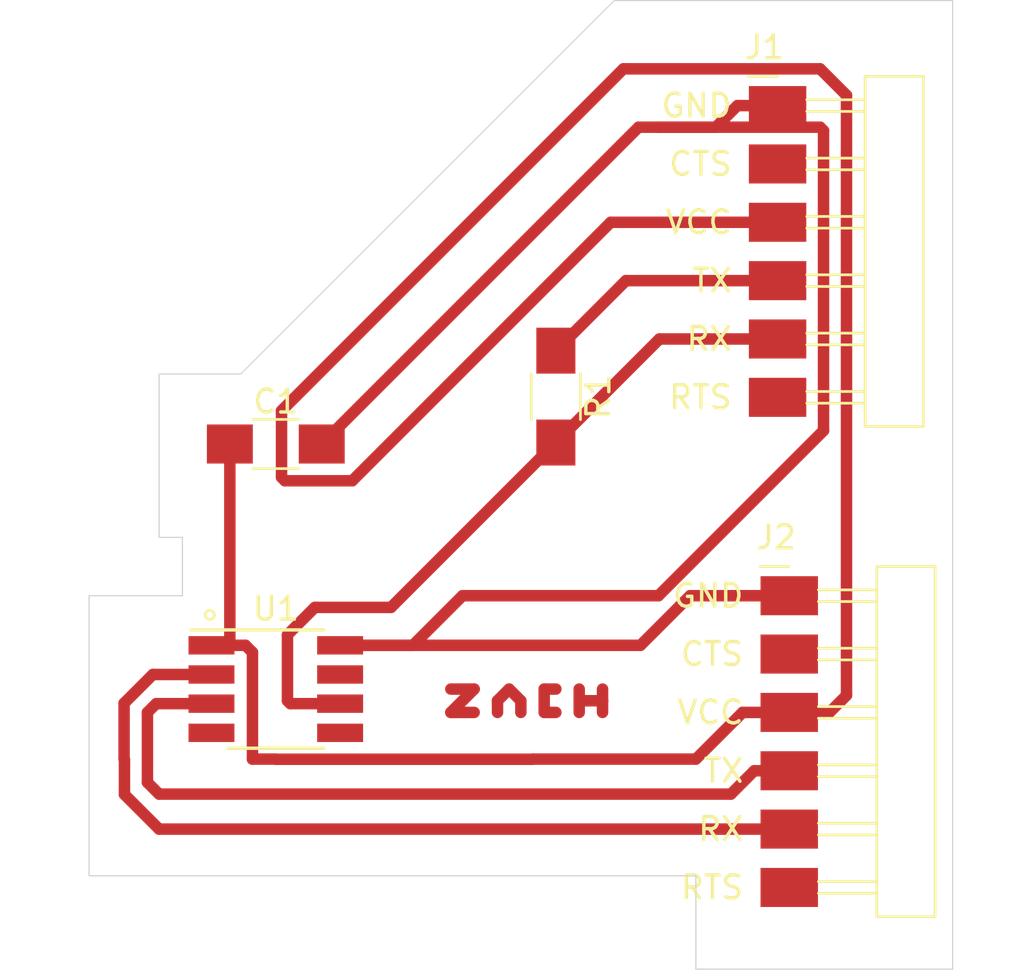
<source format=kicad_pcb>
(kicad_pcb (version 20171130) (host pcbnew "(5.1.10-1-10_14)")

  (general
    (thickness 1.6)
    (drawings 12)
    (tracks 79)
    (zones 0)
    (modules 5)
    (nets 14)
  )

  (page A4)
  (layers
    (0 F.Cu signal)
    (31 B.Cu signal)
    (32 B.Adhes user)
    (33 F.Adhes user)
    (34 B.Paste user)
    (35 F.Paste user)
    (36 B.SilkS user)
    (37 F.SilkS user)
    (38 B.Mask user)
    (39 F.Mask user)
    (40 Dwgs.User user)
    (41 Cmts.User user)
    (42 Eco1.User user)
    (43 Eco2.User user)
    (44 Edge.Cuts user)
    (45 Margin user)
    (46 B.CrtYd user)
    (47 F.CrtYd user)
    (48 B.Fab user)
    (49 F.Fab user)
  )

  (setup
    (last_trace_width 0.5)
    (trace_clearance 0.5)
    (zone_clearance 0.508)
    (zone_45_only no)
    (trace_min 0.2)
    (via_size 0.8)
    (via_drill 0.4)
    (via_min_size 0.4)
    (via_min_drill 0.3)
    (uvia_size 0.3)
    (uvia_drill 0.1)
    (uvias_allowed no)
    (uvia_min_size 0.2)
    (uvia_min_drill 0.1)
    (edge_width 0.05)
    (segment_width 0.2)
    (pcb_text_width 0.3)
    (pcb_text_size 1.5 1.5)
    (mod_edge_width 0.12)
    (mod_text_size 1 1)
    (mod_text_width 0.15)
    (pad_size 1.524 1.524)
    (pad_drill 0.762)
    (pad_to_mask_clearance 0)
    (aux_axis_origin 0 0)
    (visible_elements FFFFFF7F)
    (pcbplotparams
      (layerselection 0x010fc_ffffffff)
      (usegerberextensions false)
      (usegerberattributes true)
      (usegerberadvancedattributes true)
      (creategerberjobfile true)
      (excludeedgelayer true)
      (linewidth 0.100000)
      (plotframeref false)
      (viasonmask false)
      (mode 1)
      (useauxorigin false)
      (hpglpennumber 1)
      (hpglpenspeed 20)
      (hpglpendiameter 15.000000)
      (psnegative false)
      (psa4output false)
      (plotreference true)
      (plotvalue true)
      (plotinvisibletext false)
      (padsonsilk false)
      (subtractmaskfromsilk false)
      (outputformat 1)
      (mirror false)
      (drillshape 1)
      (scaleselection 1)
      (outputdirectory ""))
  )

  (net 0 "")
  (net 1 GND)
  (net 2 VCC)
  (net 3 "Net-(J1-Pad2)")
  (net 4 "Net-(J1-Pad4)")
  (net 5 "Net-(J1-Pad5)")
  (net 6 "Net-(J1-Pad6)")
  (net 7 "Net-(J2-Pad6)")
  (net 8 "Net-(J2-Pad5)")
  (net 9 "Net-(J2-Pad4)")
  (net 10 "Net-(J2-Pad2)")
  (net 11 "Net-(U1-Pad7)")
  (net 12 "Net-(U1-Pad5)")
  (net 13 "Net-(U1-Pad4)")

  (net_class Default "This is the default net class."
    (clearance 0.5)
    (trace_width 0.5)
    (via_dia 0.8)
    (via_drill 0.4)
    (uvia_dia 0.3)
    (uvia_drill 0.1)
    (add_net GND)
    (add_net "Net-(J1-Pad2)")
    (add_net "Net-(J1-Pad4)")
    (add_net "Net-(J1-Pad5)")
    (add_net "Net-(J1-Pad6)")
    (add_net "Net-(J2-Pad2)")
    (add_net "Net-(J2-Pad4)")
    (add_net "Net-(J2-Pad5)")
    (add_net "Net-(J2-Pad6)")
    (add_net "Net-(U1-Pad4)")
    (add_net "Net-(U1-Pad5)")
    (add_net "Net-(U1-Pad7)")
    (add_net VCC)
  )

  (module fab:C_1206 (layer F.Cu) (tedit 6002C54C) (tstamp 61668BF2)
    (at 139.192 69.088)
    (descr "Capacitor SMD 1206, hand soldering")
    (tags "capacitor 1206")
    (path /61661D6C)
    (attr smd)
    (fp_text reference C1 (at 0 -1.85) (layer F.SilkS)
      (effects (font (size 1 1) (thickness 0.15)))
    )
    (fp_text value C (at 0 1.9) (layer F.Fab)
      (effects (font (size 1 1) (thickness 0.15)))
    )
    (fp_line (start 3.25 1.1) (end -3.25 1.1) (layer F.CrtYd) (width 0.05))
    (fp_line (start 3.25 1.1) (end 3.25 -1.11) (layer F.CrtYd) (width 0.05))
    (fp_line (start -3.25 -1.11) (end -3.25 1.1) (layer F.CrtYd) (width 0.05))
    (fp_line (start -3.25 -1.11) (end 3.25 -1.11) (layer F.CrtYd) (width 0.05))
    (fp_line (start -1 -1.07) (end 1 -1.07) (layer F.SilkS) (width 0.12))
    (fp_line (start 1 1.07) (end -1 1.07) (layer F.SilkS) (width 0.12))
    (fp_line (start -1.6 -0.8) (end 1.6 -0.8) (layer F.Fab) (width 0.1))
    (fp_line (start 1.6 -0.8) (end 1.6 0.8) (layer F.Fab) (width 0.1))
    (fp_line (start 1.6 0.8) (end -1.6 0.8) (layer F.Fab) (width 0.1))
    (fp_line (start -1.6 0.8) (end -1.6 -0.8) (layer F.Fab) (width 0.1))
    (fp_text user %R (at 0 0) (layer F.Fab)
      (effects (font (size 0.7 0.7) (thickness 0.105)))
    )
    (pad 2 smd rect (at 2 0) (size 2 1.7) (layers F.Cu F.Paste F.Mask)
      (net 1 GND))
    (pad 1 smd rect (at -2 0) (size 2 1.7) (layers F.Cu F.Paste F.Mask)
      (net 2 VCC))
    (model ${FAB}/fab.3dshapes/C_1206.step
      (at (xyz 0 0 0))
      (scale (xyz 1 1 1))
      (rotate (xyz 0 0 0))
    )
  )

  (module fab:PinHeader_FTDI_01x06_P2.54mm_Horizontal_SMD (layer F.Cu) (tedit 60851AE4) (tstamp 61668C28)
    (at 161.036 54.356)
    (descr https://s3.amazonaws.com/catalogspreads-pdf/PAGE112-113%20.100%20MALE%20HDR.pdf)
    (tags "horizontal pin header SMD 2.54mm")
    (path /6167FBC1)
    (attr smd)
    (fp_text reference J1 (at -1.524 -2.54 180) (layer F.SilkS)
      (effects (font (size 1 1) (thickness 0.15)) (justify left))
    )
    (fp_text value "programming header" (at 2.286 15.621) (layer F.Fab)
      (effects (font (size 1 1) (thickness 0.15)))
    )
    (fp_line (start -0.635 12.446) (end -0.635 12.954) (layer F.Fab) (width 0.1))
    (fp_line (start -0.635 9.906) (end -0.635 10.414) (layer F.Fab) (width 0.1))
    (fp_line (start -0.635 7.366) (end -0.635 7.874) (layer F.Fab) (width 0.1))
    (fp_line (start -0.635 4.826) (end -0.635 5.334) (layer F.Fab) (width 0.1))
    (fp_line (start -0.635 2.286) (end -0.635 2.794) (layer F.Fab) (width 0.1))
    (fp_line (start -0.635 -0.254) (end -0.635 0.254) (layer F.Fab) (width 0.1))
    (fp_line (start 3.81 12.954) (end 1.27 12.954) (layer F.SilkS) (width 0.12))
    (fp_line (start 3.81 12.446) (end 1.27 12.446) (layer F.SilkS) (width 0.12))
    (fp_line (start 3.81 10.414) (end 1.27 10.414) (layer F.SilkS) (width 0.12))
    (fp_line (start 3.81 9.906) (end 1.27 9.906) (layer F.SilkS) (width 0.12))
    (fp_line (start 3.81 7.874) (end 1.27 7.874) (layer F.SilkS) (width 0.12))
    (fp_line (start 3.81 7.366) (end 1.27 7.366) (layer F.SilkS) (width 0.12))
    (fp_line (start 3.81 5.334) (end 1.27 5.334) (layer F.SilkS) (width 0.12))
    (fp_line (start 3.81 4.826) (end 1.27 4.826) (layer F.SilkS) (width 0.12))
    (fp_line (start 3.81 2.794) (end 1.27 2.794) (layer F.SilkS) (width 0.12))
    (fp_line (start 3.81 2.286) (end 1.27 2.286) (layer F.SilkS) (width 0.12))
    (fp_line (start 3.81 0.254) (end 1.27 0.254) (layer F.SilkS) (width 0.12))
    (fp_line (start 3.81 -0.254) (end 1.27 -0.254) (layer F.SilkS) (width 0.12))
    (fp_line (start 3.81 13.97) (end 3.81 -1.27) (layer F.SilkS) (width 0.12))
    (fp_line (start 6.35 13.97) (end 3.81 13.97) (layer F.SilkS) (width 0.12))
    (fp_line (start 6.35 -1.27) (end 6.35 13.97) (layer F.SilkS) (width 0.12))
    (fp_line (start 3.81 -1.27) (end 6.35 -1.27) (layer F.SilkS) (width 0.12))
    (fp_line (start 3.81 12.7) (end -0.635 12.7) (layer F.Fab) (width 0.1))
    (fp_line (start 3.81 10.16) (end -0.635 10.16) (layer F.Fab) (width 0.1))
    (fp_line (start 3.81 7.62) (end -0.635 7.62) (layer F.Fab) (width 0.1))
    (fp_line (start 3.81 5.08) (end -0.635 5.08) (layer F.Fab) (width 0.1))
    (fp_line (start 3.81 2.54) (end -0.635 2.54) (layer F.Fab) (width 0.1))
    (fp_line (start 3.81 0) (end -0.635 0) (layer F.Fab) (width 0.1))
    (fp_line (start 6.34 -1.27) (end 6.35 13.97) (layer F.Fab) (width 0.1))
    (fp_line (start 3.8 13.97) (end 6.35 13.97) (layer F.Fab) (width 0.1))
    (fp_line (start 3.8 -1.27) (end 6.34 -1.27) (layer F.Fab) (width 0.1))
    (fp_line (start 3.8 13.97) (end 3.8 -1.27) (layer F.Fab) (width 0.1))
    (fp_line (start -1.27 -1.27) (end 0 -1.27) (layer F.SilkS) (width 0.12))
    (fp_line (start -1.8 -1.8) (end -1.8 14.5) (layer F.CrtYd) (width 0.05))
    (fp_line (start -1.8 14.5) (end 6.4 14.5) (layer F.CrtYd) (width 0.05))
    (fp_line (start 6.4 14.5) (end 6.4 -1.8) (layer F.CrtYd) (width 0.05))
    (fp_line (start 6.4 -1.8) (end -1.8 -1.8) (layer F.CrtYd) (width 0.05))
    (fp_text user %R (at 2.6 6.1 90) (layer F.Fab)
      (effects (font (size 1 1) (thickness 0.15)))
    )
    (fp_text user GND (at -1.905 0) (layer F.SilkS)
      (effects (font (size 1 1) (thickness 0.15)) (justify right))
    )
    (fp_text user CTS (at -1.905 2.54) (layer F.SilkS)
      (effects (font (size 1 1) (thickness 0.15)) (justify right))
    )
    (fp_text user VCC (at -1.905 5.08) (layer F.SilkS)
      (effects (font (size 1 1) (thickness 0.15)) (justify right))
    )
    (fp_text user TX (at -1.905 7.62) (layer F.SilkS)
      (effects (font (size 1 1) (thickness 0.15)) (justify right))
    )
    (fp_text user RX (at -1.905 10.16) (layer F.SilkS)
      (effects (font (size 1 1) (thickness 0.15)) (justify right))
    )
    (fp_text user RTS (at -1.905 12.7) (layer F.SilkS)
      (effects (font (size 1 1) (thickness 0.15)) (justify right))
    )
    (pad 1 smd rect (at 0 0) (size 2.5 1.7) (layers F.Cu F.Paste F.Mask)
      (net 1 GND))
    (pad 2 smd rect (at 0 2.54) (size 2.5 1.7) (layers F.Cu F.Paste F.Mask)
      (net 3 "Net-(J1-Pad2)"))
    (pad 3 smd rect (at 0 5.08) (size 2.5 1.7) (layers F.Cu F.Paste F.Mask)
      (net 2 VCC))
    (pad 4 smd rect (at 0 7.62) (size 2.5 1.7) (layers F.Cu F.Paste F.Mask)
      (net 4 "Net-(J1-Pad4)"))
    (pad 5 smd rect (at 0 10.16) (size 2.5 1.7) (layers F.Cu F.Paste F.Mask)
      (net 5 "Net-(J1-Pad5)"))
    (pad 6 smd rect (at 0 12.7) (size 2.5 1.7) (layers F.Cu F.Paste F.Mask)
      (net 6 "Net-(J1-Pad6)"))
    (model ${FAB}/fab.3dshapes/Header_SMD_01x06_P2.54mm_Horizontal_Male.step
      (at (xyz 0 0 0))
      (scale (xyz 1 1 1))
      (rotate (xyz 0 0 0))
    )
  )

  (module fab:PinHeader_FTDI_01x06_P2.54mm_Horizontal_SMD (layer F.Cu) (tedit 60851AE4) (tstamp 61668C5E)
    (at 161.544 75.692)
    (descr https://s3.amazonaws.com/catalogspreads-pdf/PAGE112-113%20.100%20MALE%20HDR.pdf)
    (tags "horizontal pin header SMD 2.54mm")
    (path /616A0CBA)
    (attr smd)
    (fp_text reference J2 (at -1.524 -2.54 180) (layer F.SilkS)
      (effects (font (size 1 1) (thickness 0.15)) (justify left))
    )
    (fp_text value "programming header" (at 2.286 15.621) (layer F.Fab)
      (effects (font (size 1 1) (thickness 0.15)))
    )
    (fp_text user RTS (at -1.905 12.7) (layer F.SilkS)
      (effects (font (size 1 1) (thickness 0.15)) (justify right))
    )
    (fp_text user RX (at -1.905 10.16) (layer F.SilkS)
      (effects (font (size 1 1) (thickness 0.15)) (justify right))
    )
    (fp_text user TX (at -1.905 7.62) (layer F.SilkS)
      (effects (font (size 1 1) (thickness 0.15)) (justify right))
    )
    (fp_text user VCC (at -1.905 5.08) (layer F.SilkS)
      (effects (font (size 1 1) (thickness 0.15)) (justify right))
    )
    (fp_text user CTS (at -1.905 2.54) (layer F.SilkS)
      (effects (font (size 1 1) (thickness 0.15)) (justify right))
    )
    (fp_text user GND (at -1.905 0) (layer F.SilkS)
      (effects (font (size 1 1) (thickness 0.15)) (justify right))
    )
    (fp_text user %R (at 2.6 6.1 90) (layer F.Fab)
      (effects (font (size 1 1) (thickness 0.15)))
    )
    (fp_line (start 6.4 -1.8) (end -1.8 -1.8) (layer F.CrtYd) (width 0.05))
    (fp_line (start 6.4 14.5) (end 6.4 -1.8) (layer F.CrtYd) (width 0.05))
    (fp_line (start -1.8 14.5) (end 6.4 14.5) (layer F.CrtYd) (width 0.05))
    (fp_line (start -1.8 -1.8) (end -1.8 14.5) (layer F.CrtYd) (width 0.05))
    (fp_line (start -1.27 -1.27) (end 0 -1.27) (layer F.SilkS) (width 0.12))
    (fp_line (start 3.8 13.97) (end 3.8 -1.27) (layer F.Fab) (width 0.1))
    (fp_line (start 3.8 -1.27) (end 6.34 -1.27) (layer F.Fab) (width 0.1))
    (fp_line (start 3.8 13.97) (end 6.35 13.97) (layer F.Fab) (width 0.1))
    (fp_line (start 6.34 -1.27) (end 6.35 13.97) (layer F.Fab) (width 0.1))
    (fp_line (start 3.81 0) (end -0.635 0) (layer F.Fab) (width 0.1))
    (fp_line (start 3.81 2.54) (end -0.635 2.54) (layer F.Fab) (width 0.1))
    (fp_line (start 3.81 5.08) (end -0.635 5.08) (layer F.Fab) (width 0.1))
    (fp_line (start 3.81 7.62) (end -0.635 7.62) (layer F.Fab) (width 0.1))
    (fp_line (start 3.81 10.16) (end -0.635 10.16) (layer F.Fab) (width 0.1))
    (fp_line (start 3.81 12.7) (end -0.635 12.7) (layer F.Fab) (width 0.1))
    (fp_line (start 3.81 -1.27) (end 6.35 -1.27) (layer F.SilkS) (width 0.12))
    (fp_line (start 6.35 -1.27) (end 6.35 13.97) (layer F.SilkS) (width 0.12))
    (fp_line (start 6.35 13.97) (end 3.81 13.97) (layer F.SilkS) (width 0.12))
    (fp_line (start 3.81 13.97) (end 3.81 -1.27) (layer F.SilkS) (width 0.12))
    (fp_line (start 3.81 -0.254) (end 1.27 -0.254) (layer F.SilkS) (width 0.12))
    (fp_line (start 3.81 0.254) (end 1.27 0.254) (layer F.SilkS) (width 0.12))
    (fp_line (start 3.81 2.286) (end 1.27 2.286) (layer F.SilkS) (width 0.12))
    (fp_line (start 3.81 2.794) (end 1.27 2.794) (layer F.SilkS) (width 0.12))
    (fp_line (start 3.81 4.826) (end 1.27 4.826) (layer F.SilkS) (width 0.12))
    (fp_line (start 3.81 5.334) (end 1.27 5.334) (layer F.SilkS) (width 0.12))
    (fp_line (start 3.81 7.366) (end 1.27 7.366) (layer F.SilkS) (width 0.12))
    (fp_line (start 3.81 7.874) (end 1.27 7.874) (layer F.SilkS) (width 0.12))
    (fp_line (start 3.81 9.906) (end 1.27 9.906) (layer F.SilkS) (width 0.12))
    (fp_line (start 3.81 10.414) (end 1.27 10.414) (layer F.SilkS) (width 0.12))
    (fp_line (start 3.81 12.446) (end 1.27 12.446) (layer F.SilkS) (width 0.12))
    (fp_line (start 3.81 12.954) (end 1.27 12.954) (layer F.SilkS) (width 0.12))
    (fp_line (start -0.635 -0.254) (end -0.635 0.254) (layer F.Fab) (width 0.1))
    (fp_line (start -0.635 2.286) (end -0.635 2.794) (layer F.Fab) (width 0.1))
    (fp_line (start -0.635 4.826) (end -0.635 5.334) (layer F.Fab) (width 0.1))
    (fp_line (start -0.635 7.366) (end -0.635 7.874) (layer F.Fab) (width 0.1))
    (fp_line (start -0.635 9.906) (end -0.635 10.414) (layer F.Fab) (width 0.1))
    (fp_line (start -0.635 12.446) (end -0.635 12.954) (layer F.Fab) (width 0.1))
    (pad 6 smd rect (at 0 12.7) (size 2.5 1.7) (layers F.Cu F.Paste F.Mask)
      (net 7 "Net-(J2-Pad6)"))
    (pad 5 smd rect (at 0 10.16) (size 2.5 1.7) (layers F.Cu F.Paste F.Mask)
      (net 8 "Net-(J2-Pad5)"))
    (pad 4 smd rect (at 0 7.62) (size 2.5 1.7) (layers F.Cu F.Paste F.Mask)
      (net 9 "Net-(J2-Pad4)"))
    (pad 3 smd rect (at 0 5.08) (size 2.5 1.7) (layers F.Cu F.Paste F.Mask)
      (net 2 VCC))
    (pad 2 smd rect (at 0 2.54) (size 2.5 1.7) (layers F.Cu F.Paste F.Mask)
      (net 10 "Net-(J2-Pad2)"))
    (pad 1 smd rect (at 0 0) (size 2.5 1.7) (layers F.Cu F.Paste F.Mask)
      (net 1 GND))
    (model ${FAB}/fab.3dshapes/Header_SMD_01x06_P2.54mm_Horizontal_Male.step
      (at (xyz 0 0 0))
      (scale (xyz 1 1 1))
      (rotate (xyz 0 0 0))
    )
  )

  (module fab:R_1206 (layer F.Cu) (tedit 60020482) (tstamp 61668F40)
    (at 151.384 67.024 270)
    (descr "Resistor SMD 1206, hand soldering")
    (tags "resistor 1206")
    (path /6169130F)
    (attr smd)
    (fp_text reference R1 (at 0 -1.85 90) (layer F.SilkS)
      (effects (font (size 1 1) (thickness 0.15)))
    )
    (fp_text value 4.99k (at 0 1.9 90) (layer F.Fab)
      (effects (font (size 1 1) (thickness 0.15)))
    )
    (fp_line (start 3.25 1.1) (end -3.25 1.1) (layer F.CrtYd) (width 0.05))
    (fp_line (start 3.25 1.1) (end 3.25 -1.11) (layer F.CrtYd) (width 0.05))
    (fp_line (start -3.25 -1.11) (end -3.25 1.1) (layer F.CrtYd) (width 0.05))
    (fp_line (start -3.25 -1.11) (end 3.25 -1.11) (layer F.CrtYd) (width 0.05))
    (fp_line (start -1 -1.07) (end 1 -1.07) (layer F.SilkS) (width 0.12))
    (fp_line (start 1 1.07) (end -1 1.07) (layer F.SilkS) (width 0.12))
    (fp_line (start -1.6 -0.8) (end 1.6 -0.8) (layer F.Fab) (width 0.1))
    (fp_line (start 1.6 -0.8) (end 1.6 0.8) (layer F.Fab) (width 0.1))
    (fp_line (start 1.6 0.8) (end -1.6 0.8) (layer F.Fab) (width 0.1))
    (fp_line (start -1.6 0.8) (end -1.6 -0.8) (layer F.Fab) (width 0.1))
    (fp_text user %R (at 0 0 90) (layer F.Fab)
      (effects (font (size 0.7 0.7) (thickness 0.105)))
    )
    (pad 2 smd rect (at 2 0 270) (size 2 1.7) (layers F.Cu F.Paste F.Mask)
      (net 5 "Net-(J1-Pad5)"))
    (pad 1 smd rect (at -2 0 270) (size 2 1.7) (layers F.Cu F.Paste F.Mask)
      (net 4 "Net-(J1-Pad4)"))
    (model ${FAB}/fab.3dshapes/R_1206.step
      (at (xyz 0 0 0))
      (scale (xyz 1 1 1))
      (rotate (xyz 0 0 0))
    )
  )

  (module fab:SOIC-8_3.9x4.9mm_P1.27mm (layer F.Cu) (tedit 608D94DE) (tstamp 61668EB2)
    (at 139.192 79.756)
    (tags "SOIC 1.27")
    (path /61686BFF)
    (attr smd)
    (fp_text reference U1 (at 0 -3.5) (layer F.SilkS)
      (effects (font (size 1 1) (thickness 0.15)))
    )
    (fp_text value Microcontroller_ATtiny412_SSFR (at 0 3.683) (layer F.Fab)
      (effects (font (size 1 1) (thickness 0.15)))
    )
    (fp_line (start -4 2.75) (end -4 -2.8) (layer B.CrtYd) (width 0.05))
    (fp_line (start 4 2.75) (end -4 2.75) (layer B.CrtYd) (width 0.05))
    (fp_line (start 4 -2.8) (end 4 2.75) (layer B.CrtYd) (width 0.05))
    (fp_line (start -4 -2.8) (end 4 -2.8) (layer B.CrtYd) (width 0.05))
    (fp_line (start -1.95 -2.45) (end -1.95 2.45) (layer F.Fab) (width 0.1))
    (fp_line (start 1.95 -2.45) (end 1.95 2.45) (layer F.Fab) (width 0.1))
    (fp_line (start -1.95 2.45) (end 1.95 2.45) (layer F.Fab) (width 0.1))
    (fp_line (start -1.95 -2.45) (end 1.95 -2.45) (layer F.Fab) (width 0.1))
    (fp_line (start -2.075 2.575) (end 2.075 2.575) (layer F.SilkS) (width 0.15))
    (fp_line (start -3.69 -2.575) (end 2.075 -2.575) (layer F.SilkS) (width 0.15))
    (fp_circle (center -2.87 -3.23) (end -2.67 -3.23) (layer F.SilkS) (width 0.12))
    (fp_text user %R (at 0 0) (layer F.Fab)
      (effects (font (size 0.9 0.9) (thickness 0.135)))
    )
    (pad 8 smd rect (at 2.8 -1.905) (size 2 0.8) (layers F.Cu F.Paste F.Mask)
      (net 1 GND))
    (pad 7 smd rect (at 2.8 -0.635) (size 2 0.8) (layers F.Cu F.Paste F.Mask)
      (net 11 "Net-(U1-Pad7)"))
    (pad 6 smd rect (at 2.8 0.635) (size 2 0.8) (layers F.Cu F.Paste F.Mask)
      (net 5 "Net-(J1-Pad5)"))
    (pad 5 smd rect (at 2.8 1.905) (size 2 0.8) (layers F.Cu F.Paste F.Mask)
      (net 12 "Net-(U1-Pad5)"))
    (pad 4 smd rect (at -2.8 1.905) (size 2 0.8) (layers F.Cu F.Paste F.Mask)
      (net 13 "Net-(U1-Pad4)"))
    (pad 3 smd rect (at -2.8 0.635) (size 2 0.8) (layers F.Cu F.Paste F.Mask)
      (net 9 "Net-(J2-Pad4)"))
    (pad 2 smd rect (at -2.8 -0.635) (size 2 0.8) (layers F.Cu F.Paste F.Mask)
      (net 8 "Net-(J2-Pad5)"))
    (pad 1 smd rect (at -2.8 -1.905) (size 2 0.8) (layers F.Cu F.Paste F.Mask)
      (net 2 VCC))
    (model ${FAB}/fab.3dshapes/SOIC-8_3.9x4.9mm_P1.27mm.step
      (at (xyz 0 0 0))
      (scale (xyz 1 1 1))
      (rotate (xyz 0 0 0))
    )
  )

  (gr_line (start 153.924 49.784) (end 168.656 49.784) (layer Edge.Cuts) (width 0.05) (tstamp 6166939C))
  (gr_line (start 137.668 66.04) (end 153.924 49.784) (layer Edge.Cuts) (width 0.05))
  (gr_line (start 134.112 66.04) (end 137.668 66.04) (layer Edge.Cuts) (width 0.05))
  (gr_line (start 134.112 73.152) (end 134.112 66.04) (layer Edge.Cuts) (width 0.05))
  (gr_line (start 135.128 73.152) (end 134.112 73.152) (layer Edge.Cuts) (width 0.05))
  (gr_line (start 135.128 75.692) (end 135.128 73.152) (layer Edge.Cuts) (width 0.05))
  (gr_line (start 131.064 75.692) (end 135.128 75.692) (layer Edge.Cuts) (width 0.05))
  (gr_line (start 131.064 87.884) (end 131.064 75.692) (layer Edge.Cuts) (width 0.05))
  (gr_line (start 157.48 87.884) (end 131.064 87.884) (layer Edge.Cuts) (width 0.05))
  (gr_line (start 157.48 91.948) (end 157.48 87.884) (layer Edge.Cuts) (width 0.05))
  (gr_line (start 168.656 91.948) (end 157.48 91.948) (layer Edge.Cuts) (width 0.05))
  (gr_line (start 168.656 49.784) (end 168.656 91.948) (layer Edge.Cuts) (width 0.05))

  (segment (start 146.812 79.756) (end 147.828 79.756) (width 0.5) (layer F.Cu) (net 0))
  (segment (start 147.828 79.756) (end 146.812 80.772) (width 0.5) (layer F.Cu) (net 0))
  (segment (start 146.812 80.772) (end 147.828 80.772) (width 0.5) (layer F.Cu) (net 0))
  (segment (start 148.844 80.772) (end 148.844 80.264) (width 0.5) (layer F.Cu) (net 0))
  (segment (start 148.844 80.264) (end 149.352 79.756) (width 0.5) (layer F.Cu) (net 0))
  (segment (start 149.352 79.756) (end 149.86 80.264) (width 0.5) (layer F.Cu) (net 0))
  (segment (start 149.86 80.264) (end 149.86 80.772) (width 0.5) (layer F.Cu) (net 0))
  (segment (start 151.384 80.772) (end 150.876 80.772) (width 0.5) (layer F.Cu) (net 0))
  (segment (start 150.876 80.772) (end 150.876 79.756) (width 0.5) (layer F.Cu) (net 0))
  (segment (start 150.876 79.756) (end 151.384 79.756) (width 0.5) (layer F.Cu) (net 0))
  (segment (start 152.4 80.772) (end 152.4 80.264) (width 0.5) (layer F.Cu) (net 0))
  (segment (start 152.4 79.756) (end 152.4 80.264) (width 0.5) (layer F.Cu) (net 0))
  (segment (start 152.4 80.264) (end 152.908 80.264) (width 0.5) (layer F.Cu) (net 0) (tstamp 61669387))
  (segment (start 152.908 80.264) (end 153.416 80.264) (width 0.5) (layer F.Cu) (net 0))
  (segment (start 153.416 79.756) (end 153.416 80.264) (width 0.5) (layer F.Cu) (net 0))
  (segment (start 153.416 80.264) (end 153.416 80.772) (width 0.5) (layer F.Cu) (net 0))
  (segment (start 141.992 77.851) (end 155.067 77.851) (width 0.5) (layer F.Cu) (net 1))
  (segment (start 157.226 75.692) (end 161.544 75.692) (width 0.5) (layer F.Cu) (net 1))
  (segment (start 155.067 77.851) (end 157.226 75.692) (width 0.5) (layer F.Cu) (net 1))
  (segment (start 141.992 77.851) (end 145.161 77.851) (width 0.5) (layer F.Cu) (net 1))
  (segment (start 163.036001 55.445999) (end 162.886001 55.295999) (width 0.5) (layer F.Cu) (net 1))
  (segment (start 154.984001 55.295999) (end 141.192 69.088) (width 0.5) (layer F.Cu) (net 1))
  (segment (start 163.036001 68.506001) (end 163.036001 55.445999) (width 0.5) (layer F.Cu) (net 1))
  (segment (start 155.850002 75.692) (end 163.036001 68.506001) (width 0.5) (layer F.Cu) (net 1))
  (segment (start 147.32 75.692) (end 155.850002 75.692) (width 0.5) (layer F.Cu) (net 1))
  (segment (start 145.161 77.851) (end 147.32 75.692) (width 0.5) (layer F.Cu) (net 1))
  (segment (start 159.286 54.356) (end 158.346001 55.295999) (width 0.5) (layer F.Cu) (net 1))
  (segment (start 158.346001 55.295999) (end 155.879999 55.295999) (width 0.5) (layer F.Cu) (net 1))
  (segment (start 161.036 54.356) (end 159.286 54.356) (width 0.5) (layer F.Cu) (net 1))
  (segment (start 155.879999 55.295999) (end 154.984001 55.295999) (width 0.5) (layer F.Cu) (net 1))
  (segment (start 162.886001 55.295999) (end 155.879999 55.295999) (width 0.5) (layer F.Cu) (net 1))
  (segment (start 138.176 78.154998) (end 137.872002 77.851) (width 0.5) (layer F.Cu) (net 2))
  (segment (start 138.176 82.804) (end 138.176 78.154998) (width 0.5) (layer F.Cu) (net 2))
  (segment (start 139.192 82.804) (end 138.176 82.804) (width 0.5) (layer F.Cu) (net 2))
  (segment (start 139.199001 82.811001) (end 139.192 82.804) (width 0.5) (layer F.Cu) (net 2))
  (segment (start 150.368 82.804) (end 150.360999 82.811001) (width 0.5) (layer F.Cu) (net 2))
  (segment (start 157.48 82.804) (end 150.368 82.804) (width 0.5) (layer F.Cu) (net 2))
  (segment (start 150.360999 82.811001) (end 139.199001 82.811001) (width 0.5) (layer F.Cu) (net 2))
  (segment (start 159.512 80.772) (end 157.48 82.804) (width 0.5) (layer F.Cu) (net 2))
  (segment (start 161.544 80.772) (end 159.512 80.772) (width 0.5) (layer F.Cu) (net 2))
  (segment (start 137.192 77.756) (end 137.287 77.851) (width 0.5) (layer F.Cu) (net 2))
  (segment (start 137.192 69.088) (end 137.192 77.756) (width 0.5) (layer F.Cu) (net 2))
  (segment (start 137.287 77.851) (end 136.392 77.851) (width 0.5) (layer F.Cu) (net 2))
  (segment (start 137.872002 77.851) (end 137.287 77.851) (width 0.5) (layer F.Cu) (net 2))
  (segment (start 153.771998 59.436) (end 161.036 59.436) (width 0.5) (layer F.Cu) (net 2))
  (segment (start 139.441999 70.538001) (end 139.591999 70.688001) (width 0.5) (layer F.Cu) (net 2))
  (segment (start 154.323999 52.755999) (end 139.441999 67.637999) (width 0.5) (layer F.Cu) (net 2))
  (segment (start 162.886001 52.755999) (end 154.323999 52.755999) (width 0.5) (layer F.Cu) (net 2))
  (segment (start 142.519997 70.688001) (end 153.771998 59.436) (width 0.5) (layer F.Cu) (net 2))
  (segment (start 164.036011 53.906009) (end 162.886001 52.755999) (width 0.5) (layer F.Cu) (net 2))
  (segment (start 164.036011 80.029989) (end 164.036011 53.906009) (width 0.5) (layer F.Cu) (net 2))
  (segment (start 139.441999 67.637999) (end 139.441999 70.538001) (width 0.5) (layer F.Cu) (net 2))
  (segment (start 163.294 80.772) (end 164.036011 80.029989) (width 0.5) (layer F.Cu) (net 2))
  (segment (start 139.591999 70.688001) (end 142.519997 70.688001) (width 0.5) (layer F.Cu) (net 2))
  (segment (start 161.544 80.772) (end 163.294 80.772) (width 0.5) (layer F.Cu) (net 2))
  (segment (start 154.432 61.976) (end 161.036 61.976) (width 0.5) (layer F.Cu) (net 4))
  (segment (start 151.384 65.024) (end 154.432 61.976) (width 0.5) (layer F.Cu) (net 4))
  (segment (start 155.892 64.516) (end 161.036 64.516) (width 0.5) (layer F.Cu) (net 5))
  (segment (start 151.384 69.024) (end 155.892 64.516) (width 0.5) (layer F.Cu) (net 5))
  (segment (start 141.992 80.391) (end 139.827 80.391) (width 0.5) (layer F.Cu) (net 5))
  (segment (start 139.827 80.391) (end 139.7 80.264) (width 0.5) (layer F.Cu) (net 5))
  (segment (start 139.7 77.392998) (end 140.892998 76.2) (width 0.5) (layer F.Cu) (net 5))
  (segment (start 139.7 80.264) (end 139.7 77.392998) (width 0.5) (layer F.Cu) (net 5))
  (segment (start 144.208 76.2) (end 151.384 69.024) (width 0.5) (layer F.Cu) (net 5))
  (segment (start 140.892998 76.2) (end 144.208 76.2) (width 0.5) (layer F.Cu) (net 5))
  (segment (start 133.840773 79.121) (end 132.588 80.373773) (width 0.5) (layer F.Cu) (net 8))
  (segment (start 136.392 79.121) (end 133.840773 79.121) (width 0.5) (layer F.Cu) (net 8))
  (segment (start 132.588 82.804) (end 132.60399 82.81999) (width 0.5) (layer F.Cu) (net 8))
  (segment (start 132.60399 82.81999) (end 132.60399 84.34399) (width 0.5) (layer F.Cu) (net 8))
  (segment (start 132.588 80.373773) (end 132.588 82.804) (width 0.5) (layer F.Cu) (net 8))
  (segment (start 134.112 85.852) (end 161.544 85.852) (width 0.5) (layer F.Cu) (net 8))
  (segment (start 132.60399 84.34399) (end 134.112 85.852) (width 0.5) (layer F.Cu) (net 8))
  (segment (start 160.02 83.312) (end 161.544 83.312) (width 0.5) (layer F.Cu) (net 9))
  (segment (start 134.112 84.328) (end 159.004 84.328) (width 0.5) (layer F.Cu) (net 9))
  (segment (start 159.004 84.328) (end 160.02 83.312) (width 0.5) (layer F.Cu) (net 9))
  (segment (start 133.604 83.82) (end 134.112 84.328) (width 0.5) (layer F.Cu) (net 9))
  (segment (start 136.392 80.391) (end 133.985 80.391) (width 0.5) (layer F.Cu) (net 9))
  (segment (start 133.604 80.772) (end 133.604 83.82) (width 0.5) (layer F.Cu) (net 9))
  (segment (start 133.985 80.391) (end 133.604 80.772) (width 0.5) (layer F.Cu) (net 9))

)

</source>
